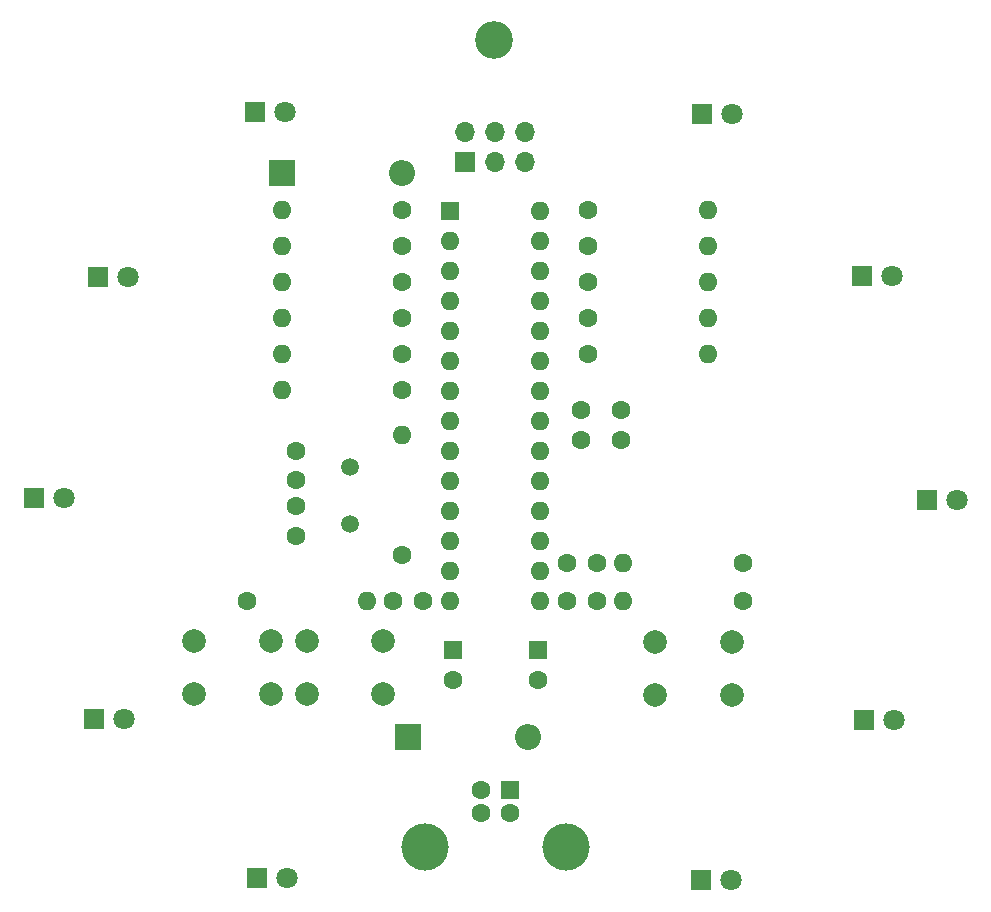
<source format=gbr>
%TF.GenerationSoftware,KiCad,Pcbnew,6.0.11-2627ca5db0~126~ubuntu20.04.1*%
%TF.CreationDate,2023-07-01T13:10:39+02:00*%
%TF.ProjectId,THW_bagde,5448575f-6261-4676-9465-2e6b69636164,rev?*%
%TF.SameCoordinates,Original*%
%TF.FileFunction,Soldermask,Bot*%
%TF.FilePolarity,Negative*%
%FSLAX46Y46*%
G04 Gerber Fmt 4.6, Leading zero omitted, Abs format (unit mm)*
G04 Created by KiCad (PCBNEW 6.0.11-2627ca5db0~126~ubuntu20.04.1) date 2023-07-01 13:10:39*
%MOMM*%
%LPD*%
G01*
G04 APERTURE LIST*
%ADD10C,1.600000*%
%ADD11O,1.600000X1.600000*%
%ADD12R,1.700000X1.700000*%
%ADD13O,1.700000X1.700000*%
%ADD14R,1.800000X1.800000*%
%ADD15C,1.800000*%
%ADD16C,1.500000*%
%ADD17R,1.600000X1.600000*%
%ADD18R,2.200000X2.200000*%
%ADD19O,2.200000X2.200000*%
%ADD20C,4.000000*%
%ADD21C,2.000000*%
%ADD22C,3.200000*%
G04 APERTURE END LIST*
D10*
%TO.C,R14*%
X172618400Y-101168200D03*
D11*
X162458400Y-101168200D03*
%TD*%
D12*
%TO.C,J2*%
X149087600Y-64013000D03*
D13*
X149087600Y-61473000D03*
X151627600Y-64013000D03*
X151627600Y-61473000D03*
X154167600Y-64013000D03*
X154167600Y-61473000D03*
%TD*%
D14*
%TO.C,D3*%
X112593200Y-92506800D03*
D15*
X115133200Y-92506800D03*
%TD*%
D10*
%TO.C,R1*%
X143730000Y-71158000D03*
D11*
X133570000Y-71158000D03*
%TD*%
D16*
%TO.C,Y1*%
X139331200Y-94700000D03*
X139331200Y-89820000D03*
%TD*%
D10*
%TO.C,R11*%
X143700000Y-97330000D03*
D11*
X143700000Y-87170000D03*
%TD*%
D14*
%TO.C,D9*%
X182675000Y-73650000D03*
D15*
X185215000Y-73650000D03*
%TD*%
D17*
%TO.C,C5*%
X148005800Y-105345221D03*
D10*
X148005800Y-107845221D03*
%TD*%
D18*
%TO.C,D12*%
X144200000Y-112750000D03*
D19*
X154360000Y-112750000D03*
%TD*%
D10*
%TO.C,R10*%
X159512000Y-68122800D03*
D11*
X169672000Y-68122800D03*
%TD*%
D17*
%TO.C,J1*%
X152888000Y-117164500D03*
D10*
X150388000Y-117164500D03*
X150388000Y-119164500D03*
X152888000Y-119164500D03*
D20*
X157638000Y-122024500D03*
X145638000Y-122024500D03*
%TD*%
D10*
%TO.C,R15*%
X130606800Y-101168200D03*
D11*
X140766800Y-101168200D03*
%TD*%
D10*
%TO.C,R13*%
X172618400Y-98018600D03*
D11*
X162458400Y-98018600D03*
%TD*%
D10*
%TO.C,R7*%
X159512000Y-77266800D03*
D11*
X169672000Y-77266800D03*
%TD*%
D10*
%TO.C,C2*%
X134733800Y-90960000D03*
X134733800Y-88460000D03*
%TD*%
D21*
%TO.C,SW3*%
X165152000Y-104650000D03*
X171652000Y-104650000D03*
X171652000Y-109150000D03*
X165152000Y-109150000D03*
%TD*%
D10*
%TO.C,R8*%
X159512000Y-74218800D03*
D11*
X169672000Y-74218800D03*
%TD*%
D14*
%TO.C,D1*%
X131262200Y-59791600D03*
D15*
X133802200Y-59791600D03*
%TD*%
D10*
%TO.C,R2*%
X143730000Y-74206000D03*
D11*
X133570000Y-74206000D03*
%TD*%
D21*
%TO.C,SW1*%
X126100000Y-104600000D03*
X132600000Y-104600000D03*
X132600000Y-109100000D03*
X126100000Y-109100000D03*
%TD*%
D17*
%TO.C,C4*%
X155219400Y-105345221D03*
D10*
X155219400Y-107845221D03*
%TD*%
%TO.C,C6*%
X157703200Y-101168200D03*
X160203200Y-101168200D03*
%TD*%
%TO.C,R6*%
X159512000Y-80314800D03*
D11*
X169672000Y-80314800D03*
%TD*%
D14*
%TO.C,D8*%
X188209000Y-92633800D03*
D15*
X190749000Y-92633800D03*
%TD*%
D10*
%TO.C,C1*%
X134733800Y-93184400D03*
X134733800Y-95684400D03*
%TD*%
D14*
%TO.C,D2*%
X118003400Y-73736200D03*
D15*
X120543400Y-73736200D03*
%TD*%
D10*
%TO.C,C8*%
X158850000Y-87550000D03*
X158850000Y-85050000D03*
%TD*%
%TO.C,C3*%
X162250000Y-87550000D03*
X162250000Y-85050000D03*
%TD*%
D14*
%TO.C,D6*%
X169057400Y-124790200D03*
D15*
X171597400Y-124790200D03*
%TD*%
D10*
%TO.C,R4*%
X143730000Y-80302000D03*
D11*
X133570000Y-80302000D03*
%TD*%
D10*
%TO.C,C9*%
X145496600Y-101168200D03*
X142996600Y-101168200D03*
%TD*%
D14*
%TO.C,D7*%
X182824200Y-111277400D03*
D15*
X185364200Y-111277400D03*
%TD*%
D22*
%TO.C,REF\u002A\u002A*%
X151511000Y-53721000D03*
%TD*%
D18*
%TO.C,D11*%
X133544600Y-64960400D03*
D19*
X143704600Y-64960400D03*
%TD*%
D17*
%TO.C,U1*%
X147787200Y-68158200D03*
D11*
X147787200Y-70698200D03*
X147787200Y-73238200D03*
X147787200Y-75778200D03*
X147787200Y-78318200D03*
X147787200Y-80858200D03*
X147787200Y-83398200D03*
X147787200Y-85938200D03*
X147787200Y-88478200D03*
X147787200Y-91018200D03*
X147787200Y-93558200D03*
X147787200Y-96098200D03*
X147787200Y-98638200D03*
X147787200Y-101178200D03*
X155407200Y-101178200D03*
X155407200Y-98638200D03*
X155407200Y-96098200D03*
X155407200Y-93558200D03*
X155407200Y-91018200D03*
X155407200Y-88478200D03*
X155407200Y-85938200D03*
X155407200Y-83398200D03*
X155407200Y-80858200D03*
X155407200Y-78318200D03*
X155407200Y-75778200D03*
X155407200Y-73238200D03*
X155407200Y-70698200D03*
X155407200Y-68158200D03*
%TD*%
D10*
%TO.C,R12*%
X143730000Y-68110000D03*
D11*
X133570000Y-68110000D03*
%TD*%
D10*
%TO.C,R3*%
X143730000Y-77254000D03*
D11*
X133570000Y-77254000D03*
%TD*%
D10*
%TO.C,C7*%
X157703200Y-98018600D03*
X160203200Y-98018600D03*
%TD*%
D21*
%TO.C,SW2*%
X135650000Y-104600000D03*
X142150000Y-104600000D03*
X135650000Y-109100000D03*
X142150000Y-109100000D03*
%TD*%
D14*
%TO.C,D5*%
X131490800Y-124688600D03*
D15*
X134030800Y-124688600D03*
%TD*%
D10*
%TO.C,R9*%
X159512000Y-71170800D03*
D11*
X169672000Y-71170800D03*
%TD*%
D14*
%TO.C,D4*%
X117647800Y-111226600D03*
D15*
X120187800Y-111226600D03*
%TD*%
D14*
%TO.C,D10*%
X169108200Y-59944000D03*
D15*
X171648200Y-59944000D03*
%TD*%
D10*
%TO.C,R5*%
X143730000Y-83350000D03*
D11*
X133570000Y-83350000D03*
%TD*%
M02*

</source>
